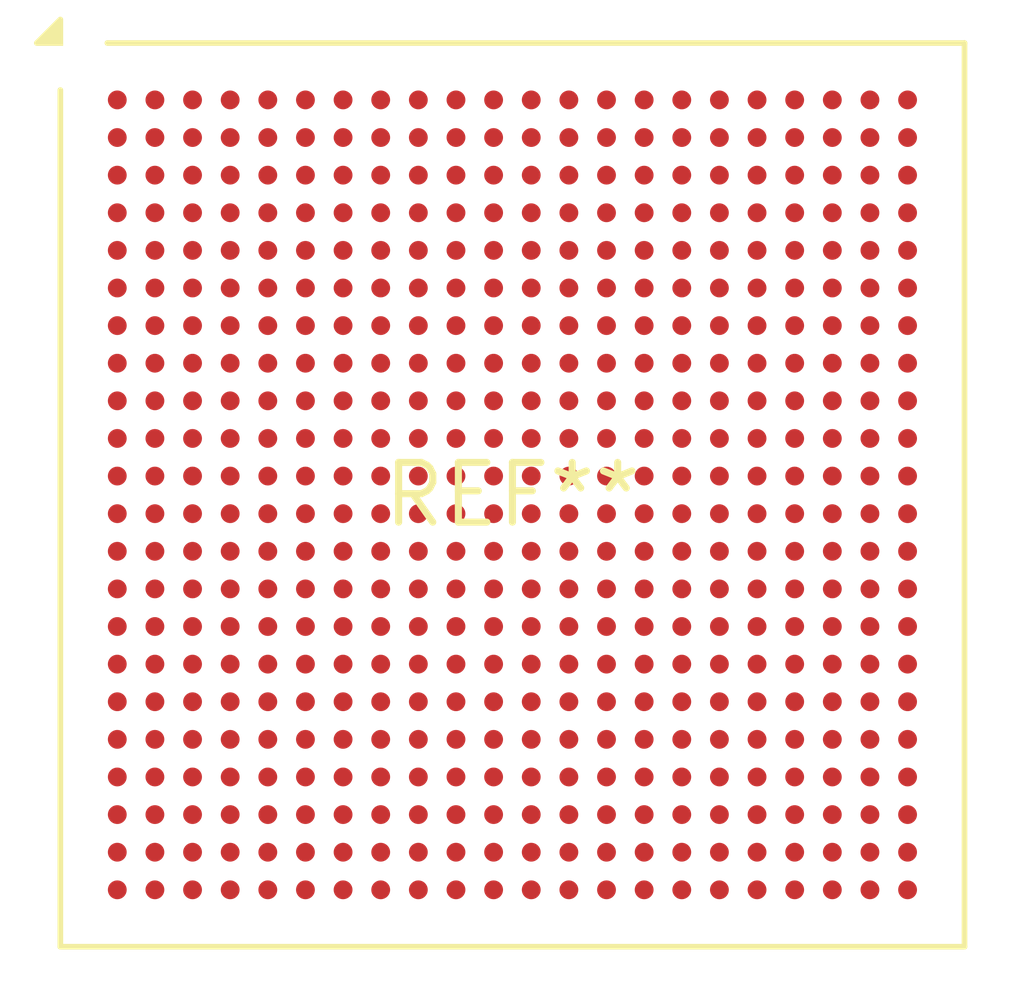
<source format=kicad_pcb>
(kicad_pcb (version 20240108) (generator pcbnew)
  (layers (0 "F.Cu" signal) (31 "B.Cu" signal) (34 "B.Paste" user) (35 "F.Paste" user) (36 "B.SilkS" user "B.Silkscreen") (37 "F.SilkS" user "F.Silkscreen") (38 "B.Mask" user) (39 "F.Mask" user) (44 "Edge.Cuts" user))
  (net 0 "")
  (footprint "Xilinx_CLG484_CLG485" (layer "F.Cu") (at 0 0)
    (property "Reference" "REF**")
    (property "Value" "Xilinx_CLG484_CLG485")
    (pad "A1" smd circle (at -8.4 -8.4) (size 0.4 0.4) (property pad_prop_bga) (layers "F.Cu" "F.Paste" "F.Mask"))
    (pad "A2" smd circle (at -7.6 -8.4) (size 0.4 0.4) (property pad_prop_bga) (layers "F.Cu" "F.Paste" "F.Mask"))
    (pad "A3" smd circle (at -6.8 -8.4) (size 0.4 0.4) (property pad_prop_bga) (layers "F.Cu" "F.Paste" "F.Mask"))
    (pad "A4" smd circle (at -6 -8.4) (size 0.4 0.4) (property pad_prop_bga) (layers "F.Cu" "F.Paste" "F.Mask"))
    (pad "A5" smd circle (at -5.2 -8.4) (size 0.4 0.4) (property pad_prop_bga) (layers "F.Cu" "F.Paste" "F.Mask"))
    (pad "A6" smd circle (at -4.4 -8.4) (size 0.4 0.4) (property pad_prop_bga) (layers "F.Cu" "F.Paste" "F.Mask"))
    (pad "A7" smd circle (at -3.6 -8.4) (size 0.4 0.4) (property pad_prop_bga) (layers "F.Cu" "F.Paste" "F.Mask"))
    (pad "A8" smd circle (at -2.8 -8.4) (size 0.4 0.4) (property pad_prop_bga) (layers "F.Cu" "F.Paste" "F.Mask"))
    (pad "A9" smd circle (at -2 -8.4) (size 0.4 0.4) (property pad_prop_bga) (layers "F.Cu" "F.Paste" "F.Mask"))
    (pad "A10" smd circle (at -1.2 -8.4) (size 0.4 0.4) (property pad_prop_bga) (layers "F.Cu" "F.Paste" "F.Mask"))
    (pad "A11" smd circle (at -0.4 -8.4) (size 0.4 0.4) (property pad_prop_bga) (layers "F.Cu" "F.Paste" "F.Mask"))
    (pad "A12" smd circle (at 0.4 -8.4) (size 0.4 0.4) (property pad_prop_bga) (layers "F.Cu" "F.Paste" "F.Mask"))
    (pad "A13" smd circle (at 1.2 -8.4) (size 0.4 0.4) (property pad_prop_bga) (layers "F.Cu" "F.Paste" "F.Mask"))
    (pad "A14" smd circle (at 2 -8.4) (size 0.4 0.4) (property pad_prop_bga) (layers "F.Cu" "F.Paste" "F.Mask"))
    (pad "A15" smd circle (at 2.8 -8.4) (size 0.4 0.4) (property pad_prop_bga) (layers "F.Cu" "F.Paste" "F.Mask"))
    (pad "A16" smd circle (at 3.6 -8.4) (size 0.4 0.4) (property pad_prop_bga) (layers "F.Cu" "F.Paste" "F.Mask"))
    (pad "A17" smd circle (at 4.4 -8.4) (size 0.4 0.4) (property pad_prop_bga) (layers "F.Cu" "F.Paste" "F.Mask"))
    (pad "A18" smd circle (at 5.2 -8.4) (size 0.4 0.4) (property pad_prop_bga) (layers "F.Cu" "F.Paste" "F.Mask"))
    (pad "A19" smd circle (at 6 -8.4) (size 0.4 0.4) (property pad_prop_bga) (layers "F.Cu" "F.Paste" "F.Mask"))
    (pad "A20" smd circle (at 6.8 -8.4) (size 0.4 0.4) (property pad_prop_bga) (layers "F.Cu" "F.Paste" "F.Mask"))
    (pad "A21" smd circle (at 7.6 -8.4) (size 0.4 0.4) (property pad_prop_bga) (layers "F.Cu" "F.Paste" "F.Mask"))
    (pad "A22" smd circle (at 8.4 -8.4) (size 0.4 0.4) (property pad_prop_bga) (layers "F.Cu" "F.Paste" "F.Mask"))
    (pad "AA1" smd circle (at -8.4 7.6) (size 0.4 0.4) (property pad_prop_bga) (layers "F.Cu" "F.Paste" "F.Mask"))
    (pad "AA2" smd circle (at -7.6 7.6) (size 0.4 0.4) (property pad_prop_bga) (layers "F.Cu" "F.Paste" "F.Mask"))
    (pad "AA3" smd circle (at -6.8 7.6) (size 0.4 0.4) (property pad_prop_bga) (layers "F.Cu" "F.Paste" "F.Mask"))
    (pad "AA4" smd circle (at -6 7.6) (size 0.4 0.4) (property pad_prop_bga) (layers "F.Cu" "F.Paste" "F.Mask"))
    (pad "AA5" smd circle (at -5.2 7.6) (size 0.4 0.4) (property pad_prop_bga) (layers "F.Cu" "F.Paste" "F.Mask"))
    (pad "AA6" smd circle (at -4.4 7.6) (size 0.4 0.4) (property pad_prop_bga) (layers "F.Cu" "F.Paste" "F.Mask"))
    (pad "AA7" smd circle (at -3.6 7.6) (size 0.4 0.4) (property pad_prop_bga) (layers "F.Cu" "F.Paste" "F.Mask"))
    (pad "AA8" smd circle (at -2.8 7.6) (size 0.4 0.4) (property pad_prop_bga) (layers "F.Cu" "F.Paste" "F.Mask"))
    (pad "AA9" smd circle (at -2 7.6) (size 0.4 0.4) (property pad_prop_bga) (layers "F.Cu" "F.Paste" "F.Mask"))
    (pad "AA10" smd circle (at -1.2 7.6) (size 0.4 0.4) (property pad_prop_bga) (layers "F.Cu" "F.Paste" "F.Mask"))
    (pad "AA11" smd circle (at -0.4 7.6) (size 0.4 0.4) (property pad_prop_bga) (layers "F.Cu" "F.Paste" "F.Mask"))
    (pad "AA12" smd circle (at 0.4 7.6) (size 0.4 0.4) (property pad_prop_bga) (layers "F.Cu" "F.Paste" "F.Mask"))
    (pad "AA13" smd circle (at 1.2 7.6) (size 0.4 0.4) (property pad_prop_bga) (layers "F.Cu" "F.Paste" "F.Mask"))
    (pad "AA14" smd circle (at 2 7.6) (size 0.4 0.4) (property pad_prop_bga) (layers "F.Cu" "F.Paste" "F.Mask"))
    (pad "AA15" smd circle (at 2.8 7.6) (size 0.4 0.4) (property pad_prop_bga) (layers "F.Cu" "F.Paste" "F.Mask"))
    (pad "AA16" smd circle (at 3.6 7.6) (size 0.4 0.4) (property pad_prop_bga) (layers "F.Cu" "F.Paste" "F.Mask"))
    (pad "AA17" smd circle (at 4.4 7.6) (size 0.4 0.4) (property pad_prop_bga) (layers "F.Cu" "F.Paste" "F.Mask"))
    (pad "AA18" smd circle (at 5.2 7.6) (size 0.4 0.4) (property pad_prop_bga) (layers "F.Cu" "F.Paste" "F.Mask"))
    (pad "AA19" smd circle (at 6 7.6) (size 0.4 0.4) (property pad_prop_bga) (layers "F.Cu" "F.Paste" "F.Mask"))
    (pad "AA20" smd circle (at 6.8 7.6) (size 0.4 0.4) (property pad_prop_bga) (layers "F.Cu" "F.Paste" "F.Mask"))
    (pad "AA21" smd circle (at 7.6 7.6) (size 0.4 0.4) (property pad_prop_bga) (layers "F.Cu" "F.Paste" "F.Mask"))
    (pad "AA22" smd circle (at 8.4 7.6) (size 0.4 0.4) (property pad_prop_bga) (layers "F.Cu" "F.Paste" "F.Mask"))
    (pad "AB1" smd circle (at -8.4 8.4) (size 0.4 0.4) (property pad_prop_bga) (layers "F.Cu" "F.Paste" "F.Mask"))
    (pad "AB2" smd circle (at -7.6 8.4) (size 0.4 0.4) (property pad_prop_bga) (layers "F.Cu" "F.Paste" "F.Mask"))
    (pad "AB3" smd circle (at -6.8 8.4) (size 0.4 0.4) (property pad_prop_bga) (layers "F.Cu" "F.Paste" "F.Mask"))
    (pad "AB4" smd circle (at -6 8.4) (size 0.4 0.4) (property pad_prop_bga) (layers "F.Cu" "F.Paste" "F.Mask"))
    (pad "AB5" smd circle (at -5.2 8.4) (size 0.4 0.4) (property pad_prop_bga) (layers "F.Cu" "F.Paste" "F.Mask"))
    (pad "AB6" smd circle (at -4.4 8.4) (size 0.4 0.4) (property pad_prop_bga) (layers "F.Cu" "F.Paste" "F.Mask"))
    (pad "AB7" smd circle (at -3.6 8.4) (size 0.4 0.4) (property pad_prop_bga) (layers "F.Cu" "F.Paste" "F.Mask"))
    (pad "AB8" smd circle (at -2.8 8.4) (size 0.4 0.4) (property pad_prop_bga) (layers "F.Cu" "F.Paste" "F.Mask"))
    (pad "AB9" smd circle (at -2 8.4) (size 0.4 0.4) (property pad_prop_bga) (layers "F.Cu" "F.Paste" "F.Mask"))
    (pad "AB10" smd circle (at -1.2 8.4) (size 0.4 0.4) (property pad_prop_bga) (layers "F.Cu" "F.Paste" "F.Mask"))
    (pad "AB11" smd circle (at -0.4 8.4) (size 0.4 0.4) (property pad_prop_bga) (layers "F.Cu" "F.Paste" "F.Mask"))
    (pad "AB12" smd circle (at 0.4 8.4) (size 0.4 0.4) (property pad_prop_bga) (layers "F.Cu" "F.Paste" "F.Mask"))
    (pad "AB13" smd circle (at 1.2 8.4) (size 0.4 0.4) (property pad_prop_bga) (layers "F.Cu" "F.Paste" "F.Mask"))
    (pad "AB14" smd circle (at 2 8.4) (size 0.4 0.4) (property pad_prop_bga) (layers "F.Cu" "F.Paste" "F.Mask"))
    (pad "AB15" smd circle (at 2.8 8.4) (size 0.4 0.4) (property pad_prop_bga) (layers "F.Cu" "F.Paste" "F.Mask"))
    (pad "AB16" smd circle (at 3.6 8.4) (size 0.4 0.4) (property pad_prop_bga) (layers "F.Cu" "F.Paste" "F.Mask"))
    (pad "AB17" smd circle (at 4.4 8.4) (size 0.4 0.4) (property pad_prop_bga) (layers "F.Cu" "F.Paste" "F.Mask"))
    (pad "AB18" smd circle (at 5.2 8.4) (size 0.4 0.4) (property pad_prop_bga) (layers "F.Cu" "F.Paste" "F.Mask"))
    (pad "AB19" smd circle (at 6 8.4) (size 0.4 0.4) (property pad_prop_bga) (layers "F.Cu" "F.Paste" "F.Mask"))
    (pad "AB20" smd circle (at 6.8 8.4) (size 0.4 0.4) (property pad_prop_bga) (layers "F.Cu" "F.Paste" "F.Mask"))
    (pad "AB21" smd circle (at 7.6 8.4) (size 0.4 0.4) (property pad_prop_bga) (layers "F.Cu" "F.Paste" "F.Mask"))
    (pad "AB22" smd circle (at 8.4 8.4) (size 0.4 0.4) (property pad_prop_bga) (layers "F.Cu" "F.Paste" "F.Mask"))
    (pad "B1" smd circle (at -8.4 -7.6) (size 0.4 0.4) (property pad_prop_bga) (layers "F.Cu" "F.Paste" "F.Mask"))
    (pad "B2" smd circle (at -7.6 -7.6) (size 0.4 0.4) (property pad_prop_bga) (layers "F.Cu" "F.Paste" "F.Mask"))
    (pad "B3" smd circle (at -6.8 -7.6) (size 0.4 0.4) (property pad_prop_bga) (layers "F.Cu" "F.Paste" "F.Mask"))
    (pad "B4" smd circle (at -6 -7.6) (size 0.4 0.4) (property pad_prop_bga) (layers "F.Cu" "F.Paste" "F.Mask"))
    (pad "B5" smd circle (at -5.2 -7.6) (size 0.4 0.4) (property pad_prop_bga) (layers "F.Cu" "F.Paste" "F.Mask"))
    (pad "B6" smd circle (at -4.4 -7.6) (size 0.4 0.4) (property pad_prop_bga) (layers "F.Cu" "F.Paste" "F.Mask"))
    (pad "B7" smd circle (at -3.6 -7.6) (size 0.4 0.4) (property pad_prop_bga) (layers "F.Cu" "F.Paste" "F.Mask"))
    (pad "B8" smd circle (at -2.8 -7.6) (size 0.4 0.4) (property pad_prop_bga) (layers "F.Cu" "F.Paste" "F.Mask"))
    (pad "B9" smd circle (at -2 -7.6) (size 0.4 0.4) (property pad_prop_bga) (layers "F.Cu" "F.Paste" "F.Mask"))
    (pad "B10" smd circle (at -1.2 -7.6) (size 0.4 0.4) (property pad_prop_bga) (layers "F.Cu" "F.Paste" "F.Mask"))
    (pad "B11" smd circle (at -0.4 -7.6) (size 0.4 0.4) (property pad_prop_bga) (layers "F.Cu" "F.Paste" "F.Mask"))
    (pad "B12" smd circle (at 0.4 -7.6) (size 0.4 0.4) (property pad_prop_bga) (layers "F.Cu" "F.Paste" "F.Mask"))
    (pad "B13" smd circle (at 1.2 -7.6) (size 0.4 0.4) (property pad_prop_bga) (layers "F.Cu" "F.Paste" "F.Mask"))
    (pad "B14" smd circle (at 2 -7.6) (size 0.4 0.4) (property pad_prop_bga) (layers "F.Cu" "F.Paste" "F.Mask"))
    (pad "B15" smd circle (at 2.8 -7.6) (size 0.4 0.4) (property pad_prop_bga) (layers "F.Cu" "F.Paste" "F.Mask"))
    (pad "B16" smd circle (at 3.6 -7.6) (size 0.4 0.4) (property pad_prop_bga) (layers "F.Cu" "F.Paste" "F.Mask"))
    (pad "B17" smd circle (at 4.4 -7.6) (size 0.4 0.4) (property pad_prop_bga) (layers "F.Cu" "F.Paste" "F.Mask"))
    (pad "B18" smd circle (at 5.2 -7.6) (size 0.4 0.4) (property pad_prop_bga) (layers "F.Cu" "F.Paste" "F.Mask"))
    (pad "B19" smd circle (at 6 -7.6) (size 0.4 0.4) (property pad_prop_bga) (layers "F.Cu" "F.Paste" "F.Mask"))
    (pad "B20" smd circle (at 6.8 -7.6) (size 0.4 0.4) (property pad_prop_bga) (layers "F.Cu" "F.Paste" "F.Mask"))
    (pad "B21" smd circle (at 7.6 -7.6) (size 0.4 0.4) (property pad_prop_bga) (layers "F.Cu" "F.Paste" "F.Mask"))
    (pad "B22" smd circle (at 8.4 -7.6) (size 0.4 0.4) (property pad_prop_bga) (layers "F.Cu" "F.Paste" "F.Mask"))
    (pad "C1" smd circle (at -8.4 -6.8) (size 0.4 0.4) (property pad_prop_bga) (layers "F.Cu" "F.Paste" "F.Mask"))
    (pad "C2" smd circle (at -7.6 -6.8) (size 0.4 0.4) (property pad_prop_bga) (layers "F.Cu" "F.Paste" "F.Mask"))
    (pad "C3" smd circle (at -6.8 -6.8) (size 0.4 0.4) (property pad_prop_bga) (layers "F.Cu" "F.Paste" "F.Mask"))
    (pad "C4" smd circle (at -6 -6.8) (size 0.4 0.4) (property pad_prop_bga) (layers "F.Cu" "F.Paste" "F.Mask"))
    (pad "C5" smd circle (at -5.2 -6.8) (size 0.4 0.4) (property pad_prop_bga) (layers "F.Cu" "F.Paste" "F.Mask"))
    (pad "C6" smd circle (at -4.4 -6.8) (size 0.4 0.4) (property pad_prop_bga) (layers "F.Cu" "F.Paste" "F.Mask"))
    (pad "C7" smd circle (at -3.6 -6.8) (size 0.4 0.4) (property pad_prop_bga) (layers "F.Cu" "F.Paste" "F.Mask"))
    (pad "C8" smd circle (at -2.8 -6.8) (size 0.4 0.4) (property pad_prop_bga) (layers "F.Cu" "F.Paste" "F.Mask"))
    (pad "C9" smd circle (at -2 -6.8) (size 0.4 0.4) (property pad_prop_bga) (layers "F.Cu" "F.Paste" "F.Mask"))
    (pad "C10" smd circle (at -1.2 -6.8) (size 0.4 0.4) (property pad_prop_bga) (layers "F.Cu" "F.Paste" "F.Mask"))
    (pad "C11" smd circle (at -0.4 -6.8) (size 0.4 0.4) (property pad_prop_bga) (layers "F.Cu" "F.Paste" "F.Mask"))
    (pad "C12" smd circle (at 0.4 -6.8) (size 0.4 0.4) (property pad_prop_bga) (layers "F.Cu" "F.Paste" "F.Mask"))
    (pad "C13" smd circle (at 1.2 -6.8) (size 0.4 0.4) (property pad_prop_bga) (layers "F.Cu" "F.Paste" "F.Mask"))
    (pad "C14" smd circle (at 2 -6.8) (size 0.4 0.4) (property pad_prop_bga) (layers "F.Cu" "F.Paste" "F.Mask"))
    (pad "C15" smd circle (at 2.8 -6.8) (size 0.4 0.4) (property pad_prop_bga) (layers "F.Cu" "F.Paste" "F.Mask"))
    (pad "C16" smd circle (at 3.6 -6.8) (size 0.4 0.4) (property pad_prop_bga) (layers "F.Cu" "F.Paste" "F.Mask"))
    (pad "C17" smd circle (at 4.4 -6.8) (size 0.4 0.4) (property pad_prop_bga) (layers "F.Cu" "F.Paste" "F.Mask"))
    (pad "C18" smd circle (at 5.2 -6.8) (size 0.4 0.4) (property pad_prop_bga) (layers "F.Cu" "F.Paste" "F.Mask"))
    (pad "C19" smd circle (at 6 -6.8) (size 0.4 0.4) (property pad_prop_bga) (layers "F.Cu" "F.Paste" "F.Mask"))
    (pad "C20" smd circle (at 6.8 -6.8) (size 0.4 0.4) (property pad_prop_bga) (layers "F.Cu" "F.Paste" "F.Mask"))
    (pad "C21" smd circle (at 7.6 -6.8) (size 0.4 0.4) (property pad_prop_bga) (layers "F.Cu" "F.Paste" "F.Mask"))
    (pad "C22" smd circle (at 8.4 -6.8) (size 0.4 0.4) (property pad_prop_bga) (layers "F.Cu" "F.Paste" "F.Mask"))
    (pad "D1" smd circle (at -8.4 -6) (size 0.4 0.4) (property pad_prop_bga) (layers "F.Cu" "F.Paste" "F.Mask"))
    (pad "D2" smd circle (at -7.6 -6) (size 0.4 0.4) (property pad_prop_bga) (layers "F.Cu" "F.Paste" "F.Mask"))
    (pad "D3" smd circle (at -6.8 -6) (size 0.4 0.4) (property pad_prop_bga) (layers "F.Cu" "F.Paste" "F.Mask"))
    (pad "D4" smd circle (at -6 -6) (size 0.4 0.4) (property pad_prop_bga) (layers "F.Cu" "F.Paste" "F.Mask"))
    (pad "D5" smd circle (at -5.2 -6) (size 0.4 0.4) (property pad_prop_bga) (layers "F.Cu" "F.Paste" "F.Mask"))
    (pad "D6" smd circle (at -4.4 -6) (size 0.4 0.4) (property pad_prop_bga) (layers "F.Cu" "F.Paste" "F.Mask"))
    (pad "D7" smd circle (at -3.6 -6) (size 0.4 0.4) (property pad_prop_bga) (layers "F.Cu" "F.Paste" "F.Mask"))
    (pad "D8" smd circle (at -2.8 -6) (size 0.4 0.4) (property pad_prop_bga) (layers "F.Cu" "F.Paste" "F.Mask"))
    (pad "D9" smd circle (at -2 -6) (size 0.4 0.4) (property pad_prop_bga) (layers "F.Cu" "F.Paste" "F.Mask"))
    (pad "D10" smd circle (at -1.2 -6) (size 0.4 0.4) (property pad_prop_bga) (layers "F.Cu" "F.Paste" "F.Mask"))
    (pad "D11" smd circle (at -0.4 -6) (size 0.4 0.4) (property pad_prop_bga) (layers "F.Cu" "F.Paste" "F.Mask"))
    (pad "D12" smd circle (at 0.4 -6) (size 0.4 0.4) (property pad_prop_bga) (layers "F.Cu" "F.Paste" "F.Mask"))
    (pad "D13" smd circle (at 1.2 -6) (size 0.4 0.4) (property pad_prop_bga) (layers "F.Cu" "F.Paste" "F.Mask"))
    (pad "D14" smd circle (at 2 -6) (size 0.4 0.4) (property pad_prop_bga) (layers "F.Cu" "F.Paste" "F.Mask"))
    (pad "D15" smd circle (at 2.8 -6) (size 0.4 0.4) (property pad_prop_bga) (layers "F.Cu" "F.Paste" "F.Mask"))
    (pad "D16" smd circle (at 3.6 -6) (size 0.4 0.4) (property pad_prop_bga) (layers "F.Cu" "F.Paste" "F.Mask"))
    (pad "D17" smd circle (at 4.4 -6) (size 0.4 0.4) (property pad_prop_bga) (layers "F.Cu" "F.Paste" "F.Mask"))
    (pad "D18" smd circle (at 5.2 -6) (size 0.4 0.4) (property pad_prop_bga) (layers "F.Cu" "F.Paste" "F.Mask"))
    (pad "D19" smd circle (at 6 -6) (size 0.4 0.4) (property pad_prop_bga) (layers "F.Cu" "F.Paste" "F.Mask"))
    (pad "D20" smd circle (at 6.8 -6) (size 0.4 0.4) (property pad_prop_bga) (layers "F.Cu" "F.Paste" "F.Mask"))
    (pad "D21" smd circle (at 7.6 -6) (size 0.4 0.4) (property pad_prop_bga) (layers "F.Cu" "F.Paste" "F.Mask"))
    (pad "D22" smd circle (at 8.4 -6) (size 0.4 0.4) (property pad_prop_bga) (layers "F.Cu" "F.Paste" "F.Mask"))
    (pad "E1" smd circle (at -8.4 -5.2) (size 0.4 0.4) (property pad_prop_bga) (layers "F.Cu" "F.Paste" "F.Mask"))
    (pad "E2" smd circle (at -7.6 -5.2) (size 0.4 0.4) (property pad_prop_bga) (layers "F.Cu" "F.Paste" "F.Mask"))
    (pad "E3" smd circle (at -6.8 -5.2) (size 0.4 0.4) (property pad_prop_bga) (layers "F.Cu" "F.Paste" "F.Mask"))
    (pad "E4" smd circle (at -6 -5.2) (size 0.4 0.4) (property pad_prop_bga) (layers "F.Cu" "F.Paste" "F.Mask"))
    (pad "E5" smd circle (at -5.2 -5.2) (size 0.4 0.4) (property pad_prop_bga) (layers "F.Cu" "F.Paste" "F.Mask"))
    (pad "E6" smd circle (at -4.4 -5.2) (size 0.4 0.4) (property pad_prop_bga) (layers "F.Cu" "F.Paste" "F.Mask"))
    (pad "E7" smd circle (at -3.6 -5.2) (size 0.4 0.4) (property pad_prop_bga) (layers "F.Cu" "F.Paste" "F.Mask"))
    (pad "E8" smd circle (at -2.8 -5.2) (size 0.4 0.4) (property pad_prop_bga) (layers "F.Cu" "F.Paste" "F.Mask"))
    (pad "E9" smd circle (at -2 -5.2) (size 0.4 0.4) (property pad_prop_bga) (layers "F.Cu" "F.Paste" "F.Mask"))
    (pad "E10" smd circle (at -1.2 -5.2) (size 0.4 0.4) (property pad_prop_bga) (layers "F.Cu" "F.Paste" "F.Mask"))
    (pad "E11" smd circle (at -0.4 -5.2) (size 0.4 0.4) (property pad_prop_bga) (layers "F.Cu" "F.Paste" "F.Mask"))
    (pad "E12" smd circle (at 0.4 -5.2) (size 0.4 0.4) (property pad_prop_bga) (layers "F.Cu" "F.Paste" "F.Mask"))
    (pad "E13" smd circle (at 1.2 -5.2) (size 0.4 0.4) (property pad_prop_bga) (layers "F.Cu" "F.Paste" "F.Mask"))
    (pad "E14" smd circle (at 2 -5.2) (size 0.4 0.4) (property pad_prop_bga) (layers "F.Cu" "F.Paste" "F.Mask"))
    (pad "E15" smd circle (at 2.8 -5.2) (size 0.4 0.4) (property pad_prop_bga) (layers "F.Cu" "F.Paste" "F.Mask"))
    (pad "E16" smd circle (at 3.6 -5.2) (size 0.4 0.4) (property pad_prop_bga) (layers "F.Cu" "F.Paste" "F.Mask"))
    (pad "E17" smd circle (at 4.4 -5.2) (size 0.4 0.4) (property pad_prop_bga) (layers "F.Cu" "F.Paste" "F.Mask"))
    (pad "E18" smd circle (at 5.2 -5.2) (size 0.4 0.4) (property pad_prop_bga) (layers "F.Cu" "F.Paste" "F.Mask"))
    (pad "E19" smd circle (at 6 -5.2) (size 0.4 0.4) (property pad_prop_bga) (layers "F.Cu" "F.Paste" "F.Mask"))
    (pad "E20" smd circle (at 6.8 -5.2) (size 0.4 0.4) (property pad_prop_bga) (layers "F.Cu" "F.Paste" "F.Mask"))
    (pad "E21" smd circle (at 7.6 -5.2) (size 0.4 0.4) (property pad_prop_bga) (layers "F.Cu" "F.Paste" "F.Mask"))
    (pad "E22" smd circle (at 8.4 -5.2) (size 0.4 0.4) (property pad_prop_bga) (layers "F.Cu" "F.Paste" "F.Mask"))
    (pad "F1" smd circle (at -8.4 -4.4) (size 0.4 0.4) (property pad_prop_bga) (layers "F.Cu" "F.Paste" "F.Mask"))
    (pad "F2" smd circle (at -7.6 -4.4) (size 0.4 0.4) (property pad_prop_bga) (layers "F.Cu" "F.Paste" "F.Mask"))
    (pad "F3" smd circle (at -6.8 -4.4) (size 0.4 0.4) (property pad_prop_bga) (layers "F.Cu" "F.Paste" "F.Mask"))
    (pad "F4" smd circle (at -6 -4.4) (size 0.4 0.4) (property pad_prop_bga) (layers "F.Cu" "F.Paste" "F.Mask"))
    (pad "F5" smd circle (at -5.2 -4.4) (size 0.4 0.4) (property pad_prop_bga) (layers "F.Cu" "F.Paste" "F.Mask"))
    (pad "F6" smd circle (at -4.4 -4.4) (size 0.4 0.4) (property pad_prop_bga) (layers "F.Cu" "F.Paste" "F.Mask"))
    (pad "F7" smd circle (at -3.6 -4.4) (size 0.4 0.4) (property pad_prop_bga) (layers "F.Cu" "F.Paste" "F.Mask"))
    (pad "F8" smd circle (at -2.8 -4.4) (size 0.4 0.4) (property pad_prop_bga) (layers "F.Cu" "F.Paste" "F.Mask"))
    (pad "F9" smd circle (at -2 -4.4) (size 0.4 0.4) (property pad_prop_bga) (layers "F.Cu" "F.Paste" "F.Mask"))
    (pad "F10" smd circle (at -1.2 -4.4) (size 0.4 0.4) (property pad_prop_bga) (layers "F.Cu" "F.Paste" "F.Mask"))
    (pad "F11" smd circle (at -0.4 -4.4) (size 0.4 0.4) (property pad_prop_bga) (layers "F.Cu" "F.Paste" "F.Mask"))
    (pad "F12" smd circle (at 0.4 -4.4) (size 0.4 0.4) (property pad_prop_bga) (layers "F.Cu" "F.Paste" "F.Mask"))
    (pad "F13" smd circle (at 1.2 -4.4) (size 0.4 0.4) (property pad_prop_bga) (layers "F.Cu" "F.Paste" "F.Mask"))
    (pad "F14" smd circle (at 2 -4.4) (size 0.4 0.4) (property pad_prop_bga) (layers "F.Cu" "F.Paste" "F.Mask"))
    (pad "F15" smd circle (at 2.8 -4.4) (size 0.4 0.4) (property pad_prop_bga) (layers "F.Cu" "F.Paste" "F.Mask"))
    (pad "F16" smd circle (at 3.6 -4.4) (size 0.4 0.4) (property pad_prop_bga) (layers "F.Cu" "F.Paste" "F.Mask"))
    (pad "F17" smd circle (at 4.4 -4.4) (size 0.4 0.4) (property pad_prop_bga) (layers "F.Cu" "F.Paste" "F.Mask"))
    (pad "F18" smd circle (at 5.2 -4.4) (size 0.4 0.4) (property pad_prop_bga) (layers "F.Cu" "F.Paste" "F.Mask"))
    (pad "F19" smd circle (at 6 -4.4) (size 0.4 0.4) (property pad_prop_bga) (layers "F.Cu" "F.Paste" "F.Mask"))
    (pad "F20" smd circle (at 6.8 -4.4) (size 0.4 0.4) (property pad_prop_bga) (layers "F.Cu" "F.Paste" "F.Mask"))
    (pad "F21" smd circle (at 7.6 -4.4) (size 0.4 0.4) (property pad_prop_bga) (layers "F.Cu" "F.Paste" "F.Mask"))
    (pad "F22" smd circle (at 8.4 -4.4) (size 0.4 0.4) (property pad_prop_bga) (layers "F.Cu" "F.Paste" "F.Mask"))
    (pad "G1" smd circle (at -8.4 -3.6) (size 0.4 0.4) (property pad_prop_bga) (layers "F.Cu" "F.Paste" "F.Mask"))
    (pad "G2" smd circle (at -7.6 -3.6) (size 0.4 0.4) (property pad_prop_bga) (layers "F.Cu" "F.Paste" "F.Mask"))
    (pad "G3" smd circle (at -6.8 -3.6) (size 0.4 0.4) (property pad_prop_bga) (layers "F.Cu" "F.Paste" "F.Mask"))
    (pad "G4" smd circle (at -6 -3.6) (size 0.4 0.4) (property pad_prop_bga) (layers "F.Cu" "F.Paste" "F.Mask"))
    (pad "G5" smd circle (at -5.2 -3.6) (size 0.4 0.4) (property pad_prop_bga) (layers "F.Cu" "F.Paste" "F.Mask"))
    (pad "G6" smd circle (at -4.4 -3.6) (size 0.4 0.4) (property pad_prop_bga) (layers "F.Cu" "F.Paste" "F.Mask"))
    (pad "G7" smd circle (at -3.6 -3.6) (size 0.4 0.4) (property pad_prop_bga) (layers "F.Cu" "F.Paste" "F.Mask"))
    (pad "G8" smd circle (at -2.8 -3.6) (size 0.4 0.4) (property pad_prop_bga) (layers "F.Cu" "F.Paste" "F.Mask"))
    (pad "G9" smd circle (at -2 -3.6) (size 0.4 0.4) (property pad_prop_bga) (layers "F.Cu" "F.Paste" "F.Mask"))
    (pad "G10" smd circle (at -1.2 -3.6) (size 0.4 0.4) (property pad_prop_bga) (layers "F.Cu" "F.Paste" "F.Mask"))
    (pad "G11" smd circle (at -0.4 -3.6) (size 0.4 0.4) (property pad_prop_bga) (layers "F.Cu" "F.Paste" "F.Mask"))
    (pad "G12" smd circle (at 0.4 -3.6) (size 0.4 0.4) (property pad_prop_bga) (layers "F.Cu" "F.Paste" "F.Mask"))
    (pad "G13" smd circle (at 1.2 -3.6) (size 0.4 0.4) (property pad_prop_bga) (layers "F.Cu" "F.Paste" "F.Mask"))
    (pad "G14" smd circle (at 2 -3.6) (size 0.4 0.4) (property pad_prop_bga) (layers "F.Cu" "F.Paste" "F.Mask"))
    (pad "G15" smd circle (at 2.8 -3.6) (size 0.4 0.4) (property pad_prop_bga) (layers "F.Cu" "F.Paste" "F.Mask"))
    (pad "G16" smd circle (at 3.6 -3.6) (size 0.4 0.4) (property pad_prop_bga) (layers "F.Cu" "F.Paste" "F.Mask"))
    (pad "G17" smd circle (at 4.4 -3.6) (size 0.4 0.4) (property pad_prop_bga) (layers "F.Cu" "F.Paste" "F.Mask"))
    (pad "G18" smd circle (at 5.2 -3.6) (size 0.4 0.4) (property pad_prop_bga) (layers "F.Cu" "F.Paste" "F.Mask"))
    (pad "G19" smd circle (at 6 -3.6) (size 0.4 0.4) (property pad_prop_bga) (layers "F.Cu" "F.Paste" "F.Mask"))
    (pad "G20" smd circle (at 6.8 -3.6) (size 0.4 0.4) (property pad_prop_bga) (layers "F.Cu" "F.Paste" "F.Mask"))
    (pad "G21" smd circle (at 7.6 -3.6) (size 0.4 0.4) (property pad_prop_bga) (layers "F.Cu" "F.Paste" "F.Mask"))
    (pad "G22" smd circle (at 8.4 -3.6) (size 0.4 0.4) (property pad_prop_bga) (layers "F.Cu" "F.Paste" "F.Mask"))
    (pad "H1" smd circle (at -8.4 -2.8) (size 0.4 0.4) (property pad_prop_bga) (layers "F.Cu" "F.Paste" "F.Mask"))
    (pad "H2" smd circle (at -7.6 -2.8) (size 0.4 0.4) (property pad_prop_bga) (layers "F.Cu" "F.Paste" "F.Mask"))
    (pad "H3" smd circle (at -6.8 -2.8) (size 0.4 0.4) (property pad_prop_bga) (layers "F.Cu" "F.Paste" "F.Mask"))
    (pad "H4" smd circle (at -6 -2.8) (size 0.4 0.4) (property pad_prop_bga) (layers "F.Cu" "F.Paste" "F.Mask"))
    (pad "H5" smd circle (at -5.2 -2.8) (size 0.4 0.4) (property pad_prop_bga) (layers "F.Cu" "F.Paste" "F.Mask"))
    (pad "H6" smd circle (at -4.4 -2.8) (size 0.4 0.4) (property pad_prop_bga) (layers "F.Cu" "F.Paste" "F.Mask"))
    (pad "H7" smd circle (at -3.6 -2.8) (size 0.4 0.4) (property pad_prop_bga) (layers "F.Cu" "F.Paste" "F.Mask"))
    (pad "H8" smd circle (at -2.8 -2.8) (size 0.4 0.4) (property pad_prop_bga) (layers "F.Cu" "F.Paste" "F.Mask"))
    (pad "H9" smd circle (at -2 -2.8) (size 0.4 0.4) (property pad_prop_bga) (layers "F.Cu" "F.Paste" "F.Mask"))
    (pad "H10" smd circle (at -1.2 -2.8) (size 0.4 0.4) (property pad_prop_bga) (layers "F.Cu" "F.Paste" "F.Mask"))
    (pad "H11" smd circle (at -0.4 -2.8) (size 0.4 0.4) (property pad_prop_bga) (layers "F.Cu" "F.Paste" "F.Mask"))
    (pad "H12" smd circle (at 0.4 -2.8) (size 0.4 0.4) (property pad_prop_bga) (layers "F.Cu" "F.Paste" "F.Mask"))
    (pad "H13" smd circle (at 1.2 -2.8) (size 0.4 0.4) (property pad_prop_bga) (layers "F.Cu" "F.Paste" "F.Mask"))
    (pad "H14" smd circle (at 2 -2.8) (size 0.4 0.4) (property pad_prop_bga) (layers "F.Cu" "F.Paste" "F.Mask"))
    (pad "H15" smd circle (at 2.8 -2.8) (size 0.4 0.4) (property pad_prop_bga) (layers "F.Cu" "F.Paste" "F.Mask"))
    (pad "H16" smd circle (at 3.6 -2.8) (size 0.4 0.4) (property pad_prop_bga) (layers "F.Cu" "F.Paste" "F.Mask"))
    (pad "H17" smd circle (at 4.4 -2.8) (size 0.4 0.4) (property pad_prop_bga) (layers "F.Cu" "F.Paste" "F.Mask"))
    (pad "H18" smd circle (at 5.2 -2.8) (size 0.4 0.4) (property pad_prop_bga) (layers "F.Cu" "F.Paste" "F.Mask"))
    (pad "H19" smd circle (at 6 -2.8) (size 0.4 0.4) (property pad_prop_bga) (layers "F.Cu" "F.Paste" "F.Mask"))
    (pad "H20" smd circle (at 6.8 -2.8) (size 0.4 0.4) (property pad_prop_bga) (layers "F.Cu" "F.Paste" "F.Mask"))
    (pad "H21" smd circle (at 7.6 -2.8) (size 0.4 0.4) (property pad_prop_bga) (layers "F.Cu" "F.Paste" "F.Mask"))
    (pad "H22" smd circle (at 8.4 -2.8) (size 0.4 0.4) (property pad_prop_bga) (layers "F.Cu" "F.Paste" "F.Mask"))
    (pad "J1" smd circle (at -8.4 -2) (size 0.4 0.4) (property pad_prop_bga) (layers "F.Cu" "F.Paste" "F.Mask"))
    (pad "J2" smd circle (at -7.6 -2) (size 0.4 0.4) (property pad_prop_bga) (layers "F.Cu" "F.Paste" "F.Mask"))
    (pad "J3" smd circle (at -6.8 -2) (size 0.4 0.4) (property pad_prop_bga) (layers "F.Cu" "F.Paste" "F.Mask"))
    (pad "J4" smd circle (at -6 -2) (size 0.4 0.4) (property pad_prop_bga) (layers "F.Cu" "F.Paste" "F.Mask"))
    (pad "J5" smd circle (at -5.2 -2) (size 0.4 0.4) (property pad_prop_bga) (layers "F.Cu" "F.Paste" "F.Mask"))
    (pad "J6" smd circle (at -4.4 -2) (size 0.4 0.4) (property pad_prop_bga) (layers "F.Cu" "F.Paste" "F.Mask"))
    (pad "J7" smd circle (at -3.6 -2) (size 0.4 0.4) (property pad_prop_bga) (layers "F.Cu" "F.Paste" "F.Mask"))
    (pad "J8" smd circle (at -2.8 -2) (size 0.4 0.4) (property pad_prop_bga) (layers "F.Cu" "F.Paste" "F.Mask"))
    (pad "J9" smd circle (at -2 -2) (size 0.4 0.4) (property pad_prop_bga) (layers "F.Cu" "F.Paste" "F.Mask"))
    (pad "J10" smd circle (at -1.2 -2) (size 0.4 0.4) (property pad_prop_bga) (layers "F.Cu" "F.Paste" "F.Mask"))
    (pad "J11" smd circle (at -0.4 -2) (size 0.4 0.4) (property pad_prop_bga) (layers "F.Cu" "F.Paste" "F.Mask"))
    (pad "J12" smd circle (at 0.4 -2) (size 0.4 0.4) (property pad_prop_bga) (layers "F.Cu" "F.Paste" "F.Mask"))
    (pad "J13" smd circle (at 1.2 -2) (size 0.4 0.4) (property pad_prop_bga) (layers "F.Cu" "F.Paste" "F.Mask"))
    (pad "J14" smd circle (at 2 -2) (size 0.4 0.4) (property pad_prop_bga) (layers "F.Cu" "F.Paste" "F.Mask"))
    (pad "J15" smd circle (at 2.8 -2) (size 0.4 0.4) (property pad_prop_bga) (layers "F.Cu" "F.Paste" "F.Mask"))
    (pad "J16" smd circle (at 3.6 -2) (size 0.4 0.4) (property pad_prop_bga) (layers "F.Cu" "F.Paste" "F.Mask"))
    (pad "J17" smd circle (at 4.4 -2) (size 0.4 0.4) (property pad_prop_bga) (layers "F.Cu" "F.Paste" "F.Mask"))
    (pad "J18" smd circle (at 5.2 -2) (size 0.4 0.4) (property pad_prop_bga) (layers "F.Cu" "F.Paste" "F.Mask"))
    (pad "J19" smd circle (at 6 -2) (size 0.4 0.4) (property pad_prop_bga) (layers "F.Cu" "F.Paste" "F.Mask"))
    (pad "J20" smd circle (at 6.8 -2) (size 0.4 0.4) (property pad_prop_bga) (layers "F.Cu" "F.Paste" "F.Mask"))
    (pad "J21" smd circle (at 7.6 -2) (size 0.4 0.4) (property pad_prop_bga) (layers "F.Cu" "F.Paste" "F.Mask"))
    (pad "J22" smd circle (at 8.4 -2) (size 0.4 0.4) (property pad_prop_bga) (layers "F.Cu" "F.Paste" "F.Mask"))
    (pad "K1" smd circle (at -8.4 -1.2) (size 0.4 0.4) (property pad_prop_bga) (layers "F.Cu" "F.Paste" "F.Mask"))
    (pad "K2" smd circle (at -7.6 -1.2) (size 0.4 0.4) (property pad_prop_bga) (layers "F.Cu" "F.Paste" "F.Mask"))
    (pad "K3" smd circle (at -6.8 -1.2) (size 0.4 0.4) (property pad_prop_bga) (layers "F.Cu" "F.Paste" "F.Mask"))
    (pad "K4" smd circle (at -6 -1.2) (size 0.4 0.4) (property pad_prop_bga) (layers "F.Cu" "F.Paste" "F.Mask"))
    (pad "K5" smd circle (at -5.2 -1.2) (size 0.4 0.4) (property pad_prop_bga) (layers "F.Cu" "F.Paste" "F.Mask"))
    (pad "K6" smd circle (at -4.4 -1.2) (size 0.4 0.4) (property pad_prop_bga) (layers "F.Cu" "F.Paste" "F.Mask"))
    (pad "K7" smd circle (at -3.6 -1.2) (size 0.4 0.4) (property pad_prop_bga) (layers "F.Cu" "F.Paste" "F.Mask"))
    (pad "K8" smd circle (at -2.8 -1.2) (size 0.4 0.4) (property pad_prop_bga) (layers "F.Cu" "F.Paste" "F.Mask"))
    (pad "K9" smd circle (at -2 -1.2) (size 0.4 0.4) (property pad_prop_bga) (layers "F.Cu" "F.Paste" "F.Mask"))
    (pad "K10" smd circle (at -1.2 -1.2) (size 0.4 0.4) (property pad_prop_bga) (layers "F.Cu" "F.Paste" "F.Mask"))
    (pad "K11" smd circle (at -0.4 -1.2) (size 0.4 0.4) (property pad_prop_bga) (layers "F.Cu" "F.Paste" "F.Mask"))
    (pad "K12" smd circle (at 0.4 -1.2) (size 0.4 0.4) (property pad_prop_bga) (layers "F.Cu" "F.Paste" "F.Mask"))
    (pad "K13" smd circle (at 1.2 -1.2) (size 0.4 0.4) (property pad_prop_bga) (layers "F.Cu" "F.Paste" "F.Mask"))
    (pad "K14" smd circle (at 2 -1.2) (size 0.4 0.4) (property pad_prop_bga) (layers "F.Cu" "F.Paste" "F.Mask"))
    (pad "K15" smd circle (at 2.8 -1.2) (size 0.4 0.4) (property pad_prop_bga) (layers "F.Cu" "F.Paste" "F.Mask"))
    (pad "K16" smd circle (at 3.6 -1.2) (size 0.4 0.4) (property pad_prop_bga) (layers "F.Cu" "F.Paste" "F.Mask"))
    (pad "K17" smd circle (at 4.4 -1.2) (size 0.4 0.4) (property pad_prop_bga) (layers "F.Cu" "F.Paste" "F.Mask"))
    (pad "K18" smd circle (at 5.2 -1.2) (size 0.4 0.4) (property pad_prop_bga) (layers "F.Cu" "F.Paste" "F.Mask"))
    (pad "K19" smd circle (at 6 -1.2) (size 0.4 0.4) (property pad_prop_bga) (layers "F.Cu" "F.Paste" "F.Mask"))
    (pad "K20" smd circle (at 6.8 -1.2) (size 0.4 0.4) (property pad_prop_bga) (layers "F.Cu" "F.Paste" "F.Mask"))
    (pad "K21" smd circle (at 7.6 -1.2) (size 0.4 0.4) (property pad_prop_bga) (layers "F.Cu" "F.Paste" "F.Mask"))
    (pad "K22" smd circle (at 8.4 -1.2) (size 0.4 0.4) (property pad_prop_bga) (layers "F.Cu" "F.Paste" "F.Mask"))
    (pad "L1" smd circle (at -8.4 -0.4) (size 0.4 0.4) (property pad_prop_bga) (layers "F.Cu" "F.Paste" "F.Mask"))
    (pad "L2" smd circle (at -7.6 -0.4) (size 0.4 0.4) (property pad_prop_bga) (layers "F.Cu" "F.Paste" "F.Mask"))
    (pad "L3" smd circle (at -6.8 -0.4) (size 0.4 0.4) (property pad_prop_bga) (layers "F.Cu" "F.Paste" "F.Mask"))
    (pad "L4" smd circle (at -6 -0.4) (size 0.4 0.4) (property pad_prop_bga) (layers "F.Cu" "F.Paste" "F.Mask"))
    (pad "L5" smd circle (at -5.2 -0.4) (size 0.4 0.4) (property pad_prop_bga) (layers "F.Cu" "F.Paste" "F.Mask"))
    (pad "L6" smd circle (at -4.4 -0.4) (size 0.4 0.4) (property pad_prop_bga) (layers "F.Cu" "F.Paste" "F.Mask"))
    (pad "L7" smd circle (at -3.6 -0.4) (size 0.4 0.4) (property pad_prop_bga) (layers "F.Cu" "F.Paste" "F.Mask"))
    (pad "L8" smd circle (at -2.8 -0.4) (size 0.4 0.4) (property pad_prop_bga) (layers "F.Cu" "F.Paste" "F.Mask"))
    (pad "L9" smd circle (at -2 -0.4) (size 0.4 0.4) (property pad_prop_bga) (layers "F.Cu" "F.Paste" "F.Mask"))
    (pad "L10" smd circle (at -1.2 -0.4) (size 0.4 0.4) (property pad_prop_bga) (layers "F.Cu" "F.Paste" "F.Mask"))
    (pad "L11" smd circle (at -0.4 -0.4) (size 0.4 0.4) (property pad_prop_bga) (layers "F.Cu" "F.Paste" "F.Mask"))
    (pad "L12" smd circle (at 0.4 -0.4) (size 0.4 0.4) (property pad_prop_bga) (layers "F.Cu" "F.Paste" "F.Mask"))
    (pad "L13" smd circle (at 1.2 -0.4) (size 0.4 0.4) (property pad_prop_bga) (layers "F.Cu" "F.Paste" "F.Mask"))
    (pad "L14" smd circle (at 2 -0.4) (size 0.4 0.4) (property pad_prop_bga) (layers "F.Cu" "F.Paste" "F.Mask"))
    (pad "L15" smd circle (at 2.8 -0.4) (size 0.4 0.4) (property pad_prop_bga) (layers "F.Cu" "F.Paste" "F.Mask"))
    (pad "L16" smd circle (at 3.6 -0.4) (size 0.4 0.4) (property pad_prop_bga) (layers "F.Cu" "F.Paste" "F.Mask"))
    (pad "L17" smd circle (at 4.4 -0.4) (size 0.4 0.4) (property pad_prop_bga) (layers "F.Cu" "F.Paste" "F.Mask"))
    (pad "L18" smd circle (at 5.2 -0.4) (size 0.4 0.4) (property pad_prop_bga) (layers "F.Cu" "F.Paste" "F.Mask"))
    (pad "L19" smd circle (at 6 -0.4) (size 0.4 0.4) (property pad_prop_bga) (layers "F.Cu" "F.Paste" "F.Mask"))
    (pad "L20" smd circle (at 6.8 -0.4) (size 0.4 0.4) (property pad_prop_bga) (layers "F.Cu" "F.Paste" "F.Mask"))
    (pad "L21" smd circle (at 7.6 -0.4) (size 0.4 0.4) (property pad_prop_bga) (layers "F.Cu" "F.Paste" "F.Mask"))
    (pad "L22" smd circle (at 8.4 -0.4) (size 0.4 0.4) (property pad_prop_bga) (layers "F.Cu" "F.Paste" "F.Mask"))
    (pad "M1" smd circle (at -8.4 0.4) (size 0.4 0.4) (property pad_prop_bga) (layers "F.Cu" "F.Paste" "F.Mask"))
    (pad "M2" smd circle (at -7.6 0.4) (size 0.4 0.4) (property pad_prop_bga) (layers "F.Cu" "F.Paste" "F.Mask"))
    (pad "M3" smd circle (at -6.8 0.4) (size 0.4 0.4) (property pad_prop_bga) (layers "F.Cu" "F.Paste" "F.Mask"))
    (pad "M4" smd circle (at -6 0.4) (size 0.4 0.4) (property pad_prop_bga) (layers "F.Cu" "F.Paste" "F.Mask"))
    (pad "M5" smd circle (at -5.2 0.4) (size 0.4 0.4) (property pad_prop_bga) (layers "F.Cu" "F.Paste" "F.Mask"))
    (pad "M6" smd circle (at -4.4 0.4) (size 0.4 0.4) (property pad_prop_bga) (layers "F.Cu" "F.Paste" "F.Mask"))
    (pad "M7" smd circle (at -3.6 0.4) (size 0.4 0.4) (property pad_prop_bga) (layers "F.Cu" "F.Paste" "F.Mask"))
    (pad "M8" smd circle (at -2.8 0.4) (size 0.4 0.4) (property pad_prop_bga) (layers "F.Cu" "F.Paste" "F.Mask"))
    (pad "M9" smd circle (at -2 0.4) (size 0.4 0.4) (property pad_prop_bga) (layers "F.Cu" "F.Paste" "F.Mask"))
    (pad "M10" smd circle (at -1.2 0.4) (size 0.4 0.4) (property pad_prop_bga) (layers "F.Cu" "F.Paste" "F.Mask"))
    (pad "M11" smd circle (at -0.4 0.4) (size 0.4 0.4) (property pad_prop_bga) (layers "F.Cu" "F.Paste" "F.Mask"))
    (pad "M12" smd circle (at 0.4 0.4) (size 0.4 0.4) (property pad_prop_bga) (layers "F.Cu" "F.Paste" "F.Mask"))
    (pad "M13" smd circle (at 1.2 0.4) (size 0.4 0.4) (property pad_prop_bga) (layers "F.Cu" "F.Paste" "F.Mask"))
    (pad "M14" smd circle (at 2 0.4) (size 0.4 0.4) (property pad_prop_bga) (layers "F.Cu" "F.Paste" "F.Mask"))
    (pad "M15" smd circle (at 2.8 0.4) (size 0.4 0.4) (property pad_prop_bga) (layers "F.Cu" "F.Paste" "F.Mask"))
    (pad "M16" smd circle (at 3.6 0.4) (size 0.4 0.4) (property pad_prop_bga) (layers "F.Cu" "F.Paste" "F.Mask"))
    (pad "M17" smd circle (at 4.4 0.4) (size 0.4 0.4) (property pad_prop_bga) (layers "F.Cu" "F.Paste" "F.Mask"))
    (pad "M18" smd circle (at 5.2 0.4) (size 0.4 0.4) (property pad_prop_bga) (layers "F.Cu" "F.Paste" "F.Mask"))
    (pad "M19" smd circle (at 6 0.4) (size 0.4 0.4) (property pad_prop_bga) (layers "F.Cu" "F.Paste" "F.Mask"))
    (pad "M20" smd circle (at 6.8 0.4) (size 0.4 0.4) (property pad_prop_bga) (layers "F.Cu" "F.Paste" "F.Mask"))
    (pad "M21" smd circle (at 7.6 0.4) (size 0.4 0.4) (property pad_prop_bga) (layers "F.Cu" "F.Paste" "F.Mask"))
    (pad "M22" smd circle (at 8.4 0.4) (size 0.4 0.4) (property pad_prop_bga) (layers "F.Cu" "F.Paste" "F.Mask"))
    (pad "N1" smd circle (at -8.4 1.2) (size 0.4 0.4) (property pad_prop_bga) (layers "F.Cu" "F.Paste" "F.Mask"))
    (pad "N2" smd circle (at -7.6 1.2) (size 0.4 0.4) (property pad_prop_bga) (layers "F.Cu" "F.Paste" "F.Mask"))
    (pad "N3" smd circle (at -6.8 1.2) (size 0.4 0.4) (property pad_prop_bga) (layers "F.Cu" "F.Paste" "F.Mask"))
    (pad "N4" smd circle (at -6 1.2) (size 0.4 0.4) (property pad_prop_bga) (layers "F.Cu" "F.Paste" "F.Mask"))
    (pad "N5" smd circle (at -5.2 1.2) (size 0.4 0.4) (property pad_prop_bga) (layers "F.Cu" "F.Paste" "F.Mask"))
    (pad "N6" smd circle (at -4.4 1.2) (size 0.4 0.4) (property pad_prop_bga) (layers "F.Cu" "F.Paste" "F.Mask"))
    (pad "N7" smd circle (at -3.6 1.2) (size 0.4 0.4) (property pad_prop_bga) (layers "F.Cu" "F.Paste" "F.Mask"))
    (pad "N8" smd circle (at -2.8 1.2) (size 0.4 0.4) (property pad_prop_bga) (layers "F.Cu" "F.Paste" "F.Mask"))
    (pad "N9" smd circle (at -2 1.2) (size 0.4 0.4) (property pad_prop_bga) (layers "F.Cu" "F.Paste" "F.Mask"))
    (pad "N10" smd circle (at -1.2 1.2) (size 0.4 0.4) (property pad_prop_bga) (layers "F.Cu" "F.Paste" "F.Mask"))
    (pad "N11" smd circle (at -0.4 1.2) (size 0.4 0.4) (property pad_prop_bga) (layers "F.Cu" "F.Paste" "F.Mask"))
    (pad "N12" smd circle (at 0.4 1.2) (size 0.4 0.4) (property pad_prop_bga) (layers "F.Cu" "F.Paste" "F.Mask"))
    (pad "N13" smd circle (at 1.2 1.2) (size 0.4 0.4) (property pad_prop_bga) (layers "F.Cu" "F.Paste" "F.Mask"))
    (pad "N14" smd circle (at 2 1.2) (size 0.4 0.4) (property pad_prop_bga) (layers "F.Cu" "F.Paste" "F.Mask"))
    (pad "N15" smd circle (at 2.8 1.2) (size 0.4 0.4) (property pad_prop_bga) (layers "F.Cu" "F.Paste" "F.Mask"))
    (pad "N16" smd circle (at 3.6 1.2) (size 0.4 0.4) (property pad_prop_bga) (layers "F.Cu" "F.Paste" "F.Mask"))
    (pad "N17" smd circle (at 4.4 1.2) (size 0.4 0.4) (property pad_prop_bga) (layers "F.Cu" "F.Paste" "F.Mask"))
    (pad "N18" smd circle (at 5.2 1.2) (size 0.4 0.4) (property pad_prop_bga) (layers "F.Cu" "F.Paste" "F.Mask"))
    (pad "N19" smd circle (at 6 1.2) (size 0.4 0.4) (property pad_prop_bga) (layers "F.Cu" "F.Paste" "F.Mask"))
    (pad "N20" smd circle (at 6.8 1.2) (size 0.4 0.4) (property pad_prop_bga) (layers "F.Cu" "F.Paste" "F.Mask"))
    (pad "N21" smd circle (at 7.6 1.2) (size 0.4 0.4) (property pad_prop_bga) (layers "F.Cu" "F.Paste" "F.Mask"))
    (pad "N22" smd circle (at 8.4 1.2) (size 0.4 0.4) (property pad_prop_bga) (layers "F.Cu" "F.Paste" "F.Mask"))
    (pad "P1" smd circle (at -8.4 2) (size 0.4 0.4) (property pad_prop_bga) (layers "F.Cu" "F.Paste" "F.Mask"))
    (pad "P2" smd circle (at -7.6 2) (size 0.4 0.4) (property pad_prop_bga) (layers "F.Cu" "F.Paste" "F.Mask"))
    (pad "P3" smd circle (at -6.8 2) (size 0.4 0.4) (property pad_prop_bga) (layers "F.Cu" "F.Paste" "F.Mask"))
    (pad "P4" smd circle (at -6 2) (size 0.4 0.4) (property pad_prop_bga) (layers "F.Cu" "F.Paste" "F.Mask"))
    (pad "P5" smd circle (at -5.2 2) (size 0.4 0.4) (property pad_prop_bga) (layers "F.Cu" "F.Paste" "F.Mask"))
    (pad "P6" smd circle (at -4.4 2) (size 0.4 0.4) (property pad_prop_bga) (layers "F.Cu" "F.Paste" "F.Mask"))
    (pad "P7" smd circle (at -3.6 2) (size 0.4 0.4) (property pad_prop_bga) (layers "F.Cu" "F.Paste" "F.Mask"))
    (pad "P8" smd circle (at -2.8 2) (size 0.4 0.4) (property pad_prop_bga) (layers "F.Cu" "F.Paste" "F.Mask"))
    (pad "P9" smd circle (at -2 2) (size 0.4 0.4) (property pad_prop_bga) (layers "F.Cu" "F.Paste" "F.Mask"))
    (pad "P10" smd circle (at -1.2 2) (size 0.4 0.4) (property pad_prop_bga) (layers "F.Cu" "F.Paste" "F.Mask"))
    (pad "P11" smd circle (at -0.4 2) (size 0.4 0.4) (property pad_prop_bga) (layers "F.Cu" "F.Paste" "F.Mask"))
    (pad "P12" smd circle (at 0.4 2) (size 0.4 0.4) (property pad_prop_bga) (layers "F.Cu" "F.Paste" "F.Mask"))
    (pad "P13" smd circle (at 1.2 2) (size 0.4 0.4) (property pad_prop_bga) (layers "F.Cu" "F.Paste" "F.Mask"))
    (pad "P14" smd circle (at 2 2) (size 0.4 0.4) (property pad_prop_bga) (layers "F.Cu" "F.Paste" "F.Mask"))
    (pad "P15" smd circle (at 2.8 2) (size 0.4 0.4) (property pad_prop_bga) (layers "F.Cu" "F.Paste" "F.Mask"))
    (pad "P16" smd circle (at 3.6 2) (size 0.4 0.4) (property pad_prop_bga) (layers "F.Cu" "F.Paste" "F.Mask"))
    (pad "P17" smd circle (at 4.4 2) (size 0.4 0.4) (property pad_prop_bga) (layers "F.Cu" "F.Paste" "F.Mask"))
    (pad "P18" smd circle (at 5.2 2) (size 0.4 0.4) (property pad_prop_bga) (layers "F.Cu" "F.Paste" "F.Mask"))
    (pad "P19" smd circle (at 6 2) (size 0.4 0.4) (property pad_prop_bga) (layers "F.Cu" "F.Paste" "F.Mask"))
    (pad "P20" smd circle (at 6.8 2) (size 0.4 0.4) (property pad_prop_bga) (layers "F.Cu" "F.Paste" "F.Mask"))
    (pad "P21" smd circle (at 7.6 2) (size 0.4 0.4) (property pad_prop_bga) (layers "F.Cu" "F.Paste" "F.Mask"))
    (pad "P22" smd circle (at 8.4 2) (size 0.4 0.4) (property pad_prop_bga) (layers "F.Cu" "F.Paste" "F.Mask"))
    (pad "R1" smd circle (at -8.4 2.8) (size 0.4 0.4) (property pad_prop_bga) (layers "F.Cu" "F.Paste" "F.Mask"))
    (pad "R2" smd circle (at -7.6 2.8) (size 0.4 0.4) (property pad_prop_bga) (layers "F.Cu" "F.Paste" "F.Mask"))
    (pad "R3" smd circle (at -6.8 2.8) (size 0.4 0.4) (property pad_prop_bga) (layers "F.Cu" "F.Paste" "F.Mask"))
    (pad "R4" smd circle (at -6 2.8) (size 0.4 0.4) (property pad_prop_bga) (layers "F.Cu" "F.Paste" "F.Mask"))
    (pad "R5" smd circle (at -5.2 2.8) (size 0.4 0.4) (property pad_prop_bga) (layers "F.Cu" "F.Paste" "F.Mask"))
    (pad "R6" smd circle (at -4.4 2.8) (size 0.4 0.4) (property pad_prop_bga) (layers "F.Cu" "F.Paste" "F.Mask"))
    (pad "R7" smd circle (at -3.6 2.8) (size 0.4 0.4) (property pad_prop_bga) (layers "F.Cu" "F.Paste" "F.Mask"))
    (pad "R8" smd circle (at -2.8 2.8) (size 0.4 0.4) (property pad_prop_bga) (layers "F.Cu" "F.Paste" "F.Mask"))
    (pad "R9" smd circle (at -2 2.8) (size 0.4 0.4) (property pad_prop_bga) (layers "F.Cu" "F.Paste" "F.Mask"))
    (pad "R10" smd circle (at -1.2 2.8) (size 0.4 0.4) (property pad_prop_bga) (layers "F.Cu" "F.Paste" "F.Mask"))
    (pad "R11" smd circle (at -0.4 2.8) (size 0.4 0.4) (property pad_prop_bga) (layers "F.Cu" "F.Paste" "F.Mask"))
    (pad "R12" smd circle (at 0.4 2.8) (size 0.4 0.4) (property pad_prop_bga) (layers "F.Cu" "F.Paste" "F.Mask"))
    (pad "R13" smd circle (at 1.2 2.8) (size 0.4 0.4) (property pad_prop_bga) (layers "F.Cu" "F.Paste" "F.Mask"))
    (pad "R14" smd circle (at 2 2.8) (size 0.4 0.4) (property pad_prop_bga) (layers "F.Cu" "F.Paste" "F.Mask"))
    (pad "R15" smd circle (at 2.8 2.8) (size 0.4 0.4) (property pad_prop_bga) (layers "F.Cu" "F.Paste" "F.Mask"))
    (pad "R16" smd circle (at 3.6 2.8) (size 0.4 0.4) (property pad_prop_bga) (layers "F.Cu" "F.Paste" "F.Mask"))
    (pad "R17" smd circle (at 4.4 2.8) (size 0.4 0.4) (property pad_prop_bga) (layers "F.Cu" "F.Paste" "F.Mask"))
    (pad "R18" smd circle (at 5.2 2.8) (size 0.4 0.4) (property pad_prop_bga) (layers "F.Cu" "F.Paste" "F.Mask"))
    (pad "R19" smd circle (at 6 2.8) (size 0.4 0.4) (property pad_prop_bga) (layers "F.Cu" "F.Paste" "F.Mask"))
    (pad "R20" smd circle (at 6.8 2.8) (size 0.4 0.4) (property pad_prop_bga) (layers "F.Cu" "F.Paste" "F.Mask"))
    (pad "R21" smd circle (at 7.6 2.8) (size 0.4 0.4) (property pad_prop_bga) (layers "F.Cu" "F.Paste" "F.Mask"))
    (pad "R22" smd circle (at 8.4 2.8) (size 0.4 0.4) (property pad_prop_bga) (layers "F.Cu" "F.Paste" "F.Mask"))
    (pad "T1" smd circle (at -8.4 3.6) (size 0.4 0.4) (property pad_prop_bga) (layers "F.Cu" "F.Paste" "F.Mask"))
    (pad "T2" smd circle (at -7.6 3.6) (size 0.4 0.4) (property pad_prop_bga) (layers "F.Cu" "F.Paste" "F.Mask"))
    (pad "T3" smd circle (at -6.8 3.6) (size 0.4 0.4) (property pad_prop_bga) (layers "F.Cu" "F.Paste" "F.Mask"))
    (pad "T4" smd circle (at -6 3.6) (size 0.4 0.4) (property pad_prop_bga) (layers "F.Cu" "F.Paste" "F.Mask"))
    (pad "T5" smd circle (at -5.2 3.6) (size 0.4 0.4) (property pad_prop_bga) (layers "F.Cu" "F.Paste" "F.Mask"))
    (pad "T6" smd circle (at -4.4 3.6) (size 0.4 0.4) (property pad_prop_bga) (layers "F.Cu" "F.Paste" "F.Mask"))
    (pad "T7" smd circle (at -3.6 3.6) (size 0.4 0.4) (property pad_prop_bga) (layers "F.Cu" "F.Paste" "F.Mask"))
    (pad "T8" smd circle (at -2.8 3.6) (size 0.4 0.4) (property pad_prop_bga) (layers "F.Cu" "F.Paste" "F.Mask"))
    (pad "T9" smd circle (at -2 3.6) (size 0.4 0.4) (property pad_prop_bga) (layers "F.Cu" "F.Paste" "F.Mask"))
    (pad "T10" smd circle (at -1.2 3.6) (size 0.4 0.4) (property pad_prop_bga) (layers "F.Cu" "F.Paste" "F.Mask"))
    (pad "T11" smd circle (at -0.4 3.6) (size 0.4 0.4) (property pad_prop_bga) (layers "F.Cu" "F.Paste" "F.Mask"))
    (pad "T12" smd circle (at 0.4 3.6) (size 0.4 0.4) (property pad_prop_bga) (layers "F.Cu" "F.Paste" "F.Mask"))
    (pad "T13" smd circle (at 1.2 3.6) (size 0.4 0.4) (property pad_prop_bga) (layers "F.Cu" "F.Paste" "F.Mask"))
    (pad "T14" smd circle (at 2 3.6) (size 0.4 0.4) (property pad_prop_bga) (layers "F.Cu" "F.Paste" "F.Mask"))
    (pad "T15" smd circle (at 2.8 3.6) (size 0.4 0.4) (property pad_prop_bga) (layers "F.Cu" "F.Paste" "F.Mask"))
    (pad "T16" smd circle (at 3.6 3.6) (size 0.4 0.4) (property pad_prop_bga) (layers "F.Cu" "F.Paste" "F.Mask"))
    (pad "T17" smd circle (at 4.4 3.6) (size 0.4 0.4) (property pad_prop_bga) (layers "F.Cu" "F.Paste" "F.Mask"))
    (pad "T18" smd circle (at 5.2 3.6) (size 0.4 0.4) (property pad_prop_bga) (layers "F.Cu" "F.Paste" "F.Mask"))
    (pad "T19" smd circle (at 6 3.6) (size 0.4 0.4) (property pad_prop_bga) (layers "F.Cu" "F.Paste" "F.Mask"))
    (pad "T20" smd circle (at 6.8 3.6) (size 0.4 0.4) (property pad_prop_bga) (layers "F.Cu" "F.Paste" "F.Mask"))
    (pad "T21" smd circle (at 7.6 3.6) (size 0.4 0.4) (property pad_prop_bga) (layers "F.Cu" "F.Paste" "F.Mask"))
    (pad "T22" smd circle (at 8.4 3.6) (size 0.4 0.4) (property pad_prop_bga) (layers "F.Cu" "F.Paste" "F.Mask"))
    (pad "U1" smd circle (at -8.4 4.4) (size 0.4 0.4) (property pad_prop_bga) (layers "F.Cu" "F.Paste" "F.Mask"))
    (pad "U2" smd circle (at -7.6 4.4) (size 0.4 0.4) (property pad_prop_bga) (layers "F.Cu" "F.Paste" "F.Mask"))
    (pad "U3" smd circle (at -6.8 4.4) (size 0.4 0.4) (property pad_prop_bga) (layers "F.Cu" "F.Paste" "F.Mask"))
    (pad "U4" smd circle (at -6 4.4) (size 0.4 0.4) (property pad_prop_bga) (layers "F.Cu" "F.Paste" "F.Mask"))
    (pad "U5" smd circle (at -5.2 4.4) (size 0.4 0.4) (property pad_prop_bga) (layers "F.Cu" "F.Paste" "F.Mask"))
    (pad "U6" smd circle (at -4.4 4.4) (size 0.4 0.4) (property pad_prop_bga) (layers "F.Cu" "F.Paste" "F.Mask"))
    (pad "U7" smd circle (at -3.6 4.4) (size 0.4 0.4) (property pad_prop_bga) (layers "F.Cu" "F.Paste" "F.Mask"))
    (pad "U8" smd circle (at -2.8 4.4) (size 0.4 0.4) (property pad_prop_bga) (layers "F.Cu" "F.Paste" "F.Mask"))
    (pad "U9" smd circle (at -2 4.4) (size 0.4 0.4) (property pad_prop_bga) (layers "F.Cu" "F.Paste" "F.Mask"))
    (pad "U10" smd circle (at -1.2 4.4) (size 0.4 0.4) (property pad_prop_bga) (layers "F.Cu" "F.Paste" "F.Mask"))
    (pad "U11" smd circle (at -0.4 4.4) (size 0.4 0.4) (property pad_prop_bga) (layers "F.Cu" "F.Paste" "F.Mask"))
    (pad "U12" smd circle (at 0.4 4.4) (size 0.4 0.4) (property pad_prop_bga) (layers "F.Cu" "F.Paste" "F.Mask"))
    (pad "U13" smd circle (at 1.2 4.4) (size 0.4 0.4) (property pad_prop_bga) (layers "F.Cu" "F.Paste" "F.Mask"))
    (pad "U14" smd circle (at 2 4.4) (size 0.4 0.4) (property pad_prop_bga) (layers "F.Cu" "F.Paste" "F.Mask"))
    (pad "U15" smd circle (at 2.8 4.4) (size 0.4 0.4) (property pad_prop_bga) (layers "F.Cu" "F.Paste" "F.Mask"))
    (pad "U16" smd circle (at 3.6 4.4) (size 0.4 0.4) (property pad_prop_bga) (layers "F.Cu" "F.Paste" "F.Mask"))
    (pad "U17" smd circle (at 4.4 4.4) (size 0.4 0.4) (property pad_prop_bga) (layers "F.Cu" "F.Paste" "F.Mask"))
    (pad "U18" smd circle (at 5.2 4.4) (size 0.4 0.4) (property pad_prop_bga) (layers "F.Cu" "F.Paste" "F.Mask"))
    (pad "U19" smd circle (at 6 4.4) (size 0.4 0.4) (property pad_prop_bga) (layers "F.Cu" "F.Paste" "F.Mask"))
    (pad "U20" smd circle (at 6.8 4.4) (size 0.4 0.4) (property pad_prop_bga) (layers "F.Cu" "F.Paste" "F.Mask"))
    (pad "U21" smd circle (at 7.6 4.4) (size 0.4 0.4) (property pad_prop_bga) (layers "F.Cu" "F.Paste" "F.Mask"))
    (pad "U22" smd circle (at 8.4 4.4) (size 0.4 0.4) (property pad_prop_bga) (layers "F.Cu" "F.Paste" "F.Mask"))
    (pad "V1" smd circle (at -8.4 5.2) (size 0.4 0.4) (property pad_prop_bga) (layers "F.Cu" "F.Paste" "F.Mask"))
    (pad "V2" smd circle (at -7.6 5.2) (size 0.4 0.4) (property pad_prop_bga) (layers "F.Cu" "F.Paste" "F.Mask"))
    (pad "V3" smd circle (at -6.8 5.2) (size 0.4 0.4) (property pad_prop_bga) (layers "F.Cu" "F.Paste" "F.Mask"))
    (pad "V4" smd circle (at -6 5.2) (size 0.4 0.4) (property pad_prop_bga) (layers "F.Cu" "F.Paste" "F.Mask"))
    (pad "V5" smd circle (at -5.2 5.2) (size 0.4 0.4) (property pad_prop_bga) (layers "F.Cu" "F.Paste" "F.Mask"))
    (pad "V6" smd circle (at -4.4 5.2) (size 0.4 0.4) (property pad_prop_bga) (layers "F.Cu" "F.Paste" "F.Mask"))
    (pad "V7" smd circle (at -3.6 5.2) (size 0.4 0.4) (property pad_prop_bga) (layers "F.Cu" "F.Paste" "F.Mask"))
    (pad "V8" smd circle (at -2.8 5.2) (size 0.4 0.4) (property pad_prop_bga) (layers "F.Cu" "F.Paste" "F.Mask"))
    (pad "V9" smd circle (at -2 5.2) (size 0.4 0.4) (property pad_prop_bga) (layers "F.Cu" "F.Paste" "F.Mask"))
    (pad "V10" smd circle (at -1.2 5.2) (size 0.4 0.4) (property pad_prop_bga) (layers "F.Cu" "F.Paste" "F.Mask"))
    (pad "V11" smd circle (at -0.4 5.2) (size 0.4 0.4) (property pad_prop_bga) (layers "F.Cu" "F.Paste" "F.Mask"))
    (pad "V12" smd circle (at 0.4 5.2) (size 0.4 0.4) (property pad_prop_bga) (layers "F.Cu" "F.Paste" "F.Mask"))
    (pad "V13" smd circle (at 1.2 5.2) (size 0.4 0.4) (property pad_prop_bga) (layers "F.Cu" "F.Paste" "F.Mask"))
    (pad "V14" smd circle (at 2 5.2) (size 0.4 0.4) (property pad_prop_bga) (layers "F.Cu" "F.Paste" "F.Mask"))
    (pad "V15" smd circle (at 2.8 5.2) (size 0.4 0.4) (property pad_prop_bga) (layers "F.Cu" "F.Paste" "F.Mask"))
    (pad "V16" smd circle (at 3.6 5.2) (size 0.4 0.4) (property pad_prop_bga) (layers "F.Cu" "F.Paste" "F.Mask"))
    (pad "V17" smd circle (at 4.4 5.2) (size 0.4 0.4) (property pad_prop_bga) (layers "F.Cu" "F.Paste" "F.Mask"))
    (pad "V18" smd circle (at 5.2 5.2) (size 0.4 0.4) (property pad_prop_bga) (layers "F.Cu" "F.Paste" "F.Mask"))
    (pad "V19" smd circle (at 6 5.2) (size 0.4 0.4) (property pad_prop_bga) (layers "F.Cu" "F.Paste" "F.Mask"))
    (pad "V20" smd circle (at 6.8 5.2) (size 0.4 0.4) (property pad_prop_bga) (layers "F.Cu" "F.Paste" "F.Mask"))
    (pad "V21" smd circle (at 7.6 5.2) (size 0.4 0.4) (property pad_prop_bga) (layers "F.Cu" "F.Paste" "F.Mask"))
    (pad "V22" smd circle (at 8.4 5.2) (size 0.4 0.4) (property pad_prop_bga) (layers "F.Cu" "F.Paste" "F.Mask"))
    (pad "W1" smd circle (at -8.4 6) (size 0.4 0.4) (property pad_prop_bga) (layers "F.Cu" "F.Paste" "F.Mask"))
    (pad "W2" smd circle (at -7.6 6) (size 0.4 0.4) (property pad_prop_bga) (layers "F.Cu" "F.Paste" "F.Mask"))
    (pad "W3" smd circle (at -6.8 6) (size 0.4 0.4) (property pad_prop_bga) (layers "F.Cu" "F.Paste" "F.Mask"))
    (pad "W4" smd circle (at -6 6) (size 0.4 0.4) (property pad_prop_bga) (layers "F.Cu" "F.Paste" "F.Mask"))
    (pad "W5" smd circle (at -5.2 6) (size 0.4 0.4) (property pad_prop_bga) (layers "F.Cu" "F.Paste" "F.Mask"))
    (pad "W6" smd circle (at -4.4 6) (size 0.4 0.4) (property pad_prop_bga) (layers "F.Cu" "F.Paste" "F.Mask"))
    (pad "W7" smd circle (at -3.6 6) (size 0.4 0.4) (property pad_prop_bga) (layers "F.Cu" "F.Paste" "F.Mask"))
    (pad "W8" smd circle (at -2.8 6) (size 0.4 0.4) (property pad_prop_bga) (layers "F.Cu" "F.Paste" "F.Mask"))
    (pad "W9" smd circle (at -2 6) (size 0.4 0.4) (property pad_prop_bga) (layers "F.Cu" "F.Paste" "F.Mask"))
    (pad "W10" smd circle (at -1.2 6) (size 0.4 0.4) (property pad_prop_bga) (layers "F.Cu" "F.Paste" "F.Mask"))
    (pad "W11" smd circle (at -0.4 6) (size 0.4 0.4) (property pad_prop_bga) (layers "F.Cu" "F.Paste" "F.Mask"))
    (pad "W12" smd circle (at 0.4 6) (size 0.4 0.4) (property pad_prop_bga) (layers "F.Cu" "F.Paste" "F.Mask"))
    (pad "W13" smd circle (at 1.2 6) (size 0.4 0.4) (property pad_prop_bga) (layers "F.Cu" "F.Paste" "F.Mask"))
    (pad "W14" smd circle (at 2 6) (size 0.4 0.4) (property pad_prop_bga) (layers "F.Cu" "F.Paste" "F.Mask"))
    (pad "W15" smd circle (at 2.8 6) (size 0.4 0.4) (property pad_prop_bga) (layers "F.Cu" "F.Paste" "F.Mask"))
    (pad "W16" smd circle (at 3.6 6) (size 0.4 0.4) (property pad_prop_bga) (layers "F.Cu" "F.Paste" "F.Mask"))
    (pad "W17" smd circle (at 4.4 6) (size 0.4 0.4) (property pad_prop_bga) (layers "F.Cu" "F.Paste" "F.Mask"))
    (pad "W18" smd circle (at 5.2 6) (size 0.4 0.4) (property pad_prop_bga) (layers "F.Cu" "F.Paste" "F.Mask"))
    (pad "W19" smd circle (at 6 6) (size 0.4 0.4) (property pad_prop_bga) (layers "F.Cu" "F.Paste" "F.Mask"))
    (pad "W20" smd circle (at 6.8 6) (size 0.4 0.4) (property pad_prop_bga) (layers "F.Cu" "F.Paste" "F.Mask"))
    (pad "W21" smd circle (at 7.6 6) (size 0.4 0.4) (property pad_prop_bga) (layers "F.Cu" "F.Paste" "F.Mask"))
    (pad "W22" smd circle (at 8.4 6) (size 0.4 0.4) (property pad_prop_bga) (layers "F.Cu" "F.Paste" "F.Mask"))
    (pad "Y1" smd circle (at -8.4 6.8) (size 0.4 0.4) (property pad_prop_bga) (layers "F.Cu" "F.Paste" "F.Mask"))
    (pad "Y2" smd circle (at -7.6 6.8) (size 0.4 0.4) (property pad_prop_bga) (layers "F.Cu" "F.Paste" "F.Mask"))
    (pad "Y3" smd circle (at -6.8 6.8) (size 0.4 0.4) (property pad_prop_bga) (layers "F.Cu" "F.Paste" "F.Mask"))
    (pad "Y4" smd circle (at -6 6.8) (size 0.4 0.4) (property pad_prop_bga) (layers "F.Cu" "F.Paste" "F.Mask"))
    (pad "Y5" smd circle (at -5.2 6.8) (size 0.4 0.4) (property pad_prop_bga) (layers "F.Cu" "F.Paste" "F.Mask"))
    (pad "Y6" smd circle (at -4.4 6.8) (size 0.4 0.4) (property pad_prop_bga) (layers "F.Cu" "F.Paste" "F.Mask"))
    (pad "Y7" smd circle (at -3.6 6.8) (size 0.4 0.4) (property pad_prop_bga) (layers "F.Cu" "F.Paste" "F.Mask"))
    (pad "Y8" smd circle (at -2.8 6.8) (size 0.4 0.4) (property pad_prop_bga) (layers "F.Cu" "F.Paste" "F.Mask"))
    (pad "Y9" smd circle (at -2 6.8) (size 0.4 0.4) (property pad_prop_bga) (layers "F.Cu" "F.Paste" "F.Mask"))
    (pad "Y10" smd circle (at -1.2 6.8) (size 0.4 0.4) (property pad_prop_bga) (layers "F.Cu" "F.Paste" "F.Mask"))
    (pad "Y11" smd circle (at -0.4 6.8) (size 0.4 0.4) (property pad_prop_bga) (layers "F.Cu" "F.Paste" "F.Mask"))
    (pad "Y12" smd circle (at 0.4 6.8) (size 0.4 0.4) (property pad_prop_bga) (layers "F.Cu" "F.Paste" "F.Mask"))
    (pad "Y13" smd circle (at 1.2 6.8) (size 0.4 0.4) (property pad_prop_bga) (layers "F.Cu" "F.Paste" "F.Mask"))
    (pad "Y14" smd circle (at 2 6.8) (size 0.4 0.4) (property pad_prop_bga) (layers "F.Cu" "F.Paste" "F.Mask"))
    (pad "Y15" smd circle (at 2.8 6.8) (size 0.4 0.4) (property pad_prop_bga) (layers "F.Cu" "F.Paste" "F.Mask"))
    (pad "Y16" smd circle (at 3.6 6.8) (size 0.4 0.4) (property pad_prop_bga) (layers "F.Cu" "F.Paste" "F.Mask"))
    (pad "Y17" smd circle (at 4.4 6.8) (size 0.4 0.4) (property pad_prop_bga) (layers "F.Cu" "F.Paste" "F.Mask"))
    (pad "Y18" smd circle (at 5.2 6.8) (size 0.4 0.4) (property pad_prop_bga) (layers "F.Cu" "F.Paste" "F.Mask"))
    (pad "Y19" smd circle (at 6 6.8) (size 0.4 0.4) (property pad_prop_bga) (layers "F.Cu" "F.Paste" "F.Mask"))
    (pad "Y20" smd circle (at 6.8 6.8) (size 0.4 0.4) (property pad_prop_bga) (layers "F.Cu" "F.Paste" "F.Mask"))
    (pad "Y21" smd circle (at 7.6 6.8) (size 0.4 0.4) (property pad_prop_bga) (layers "F.Cu" "F.Paste" "F.Mask"))
    (pad "Y22" smd circle (at 8.4 6.8) (size 0.4 0.4) (property pad_prop_bga) (layers "F.Cu" "F.Paste" "F.Mask"))
  )
)
</source>
